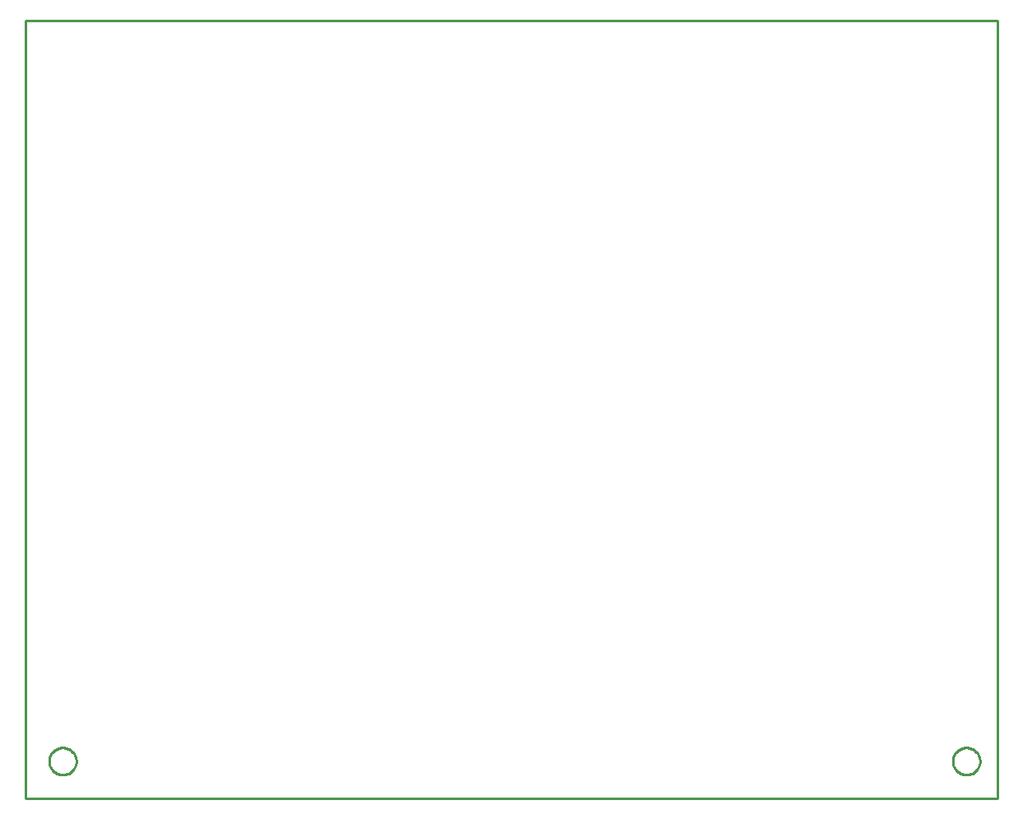
<source format=gbr>
G04 EAGLE Gerber RS-274X export*
G75*
%MOMM*%
%FSLAX34Y34*%
%LPD*%
%IN*%
%IPPOS*%
%AMOC8*
5,1,8,0,0,1.08239X$1,22.5*%
G01*
%ADD10C,0.254000*%


D10*
X0Y0D02*
X1000000Y0D01*
X1000000Y800000D01*
X0Y800000D01*
X0Y0D01*
X52100Y37600D02*
X52029Y36603D01*
X51886Y35613D01*
X51674Y34636D01*
X51392Y33676D01*
X51043Y32739D01*
X50627Y31829D01*
X50148Y30952D01*
X49607Y30110D01*
X49008Y29310D01*
X48353Y28554D01*
X47646Y27847D01*
X46890Y27192D01*
X46090Y26593D01*
X45248Y26052D01*
X44371Y25573D01*
X43461Y25157D01*
X42524Y24808D01*
X41565Y24526D01*
X40587Y24314D01*
X39598Y24171D01*
X38600Y24100D01*
X37600Y24100D01*
X36603Y24171D01*
X35613Y24314D01*
X34636Y24526D01*
X33676Y24808D01*
X32739Y25157D01*
X31829Y25573D01*
X30952Y26052D01*
X30110Y26593D01*
X29310Y27192D01*
X28554Y27847D01*
X27847Y28554D01*
X27192Y29310D01*
X26593Y30110D01*
X26052Y30952D01*
X25573Y31829D01*
X25157Y32739D01*
X24808Y33676D01*
X24526Y34636D01*
X24314Y35613D01*
X24171Y36603D01*
X24100Y37600D01*
X24100Y38600D01*
X24171Y39598D01*
X24314Y40587D01*
X24526Y41565D01*
X24808Y42524D01*
X25157Y43461D01*
X25573Y44371D01*
X26052Y45248D01*
X26593Y46090D01*
X27192Y46890D01*
X27847Y47646D01*
X28554Y48353D01*
X29310Y49008D01*
X30110Y49607D01*
X30952Y50148D01*
X31829Y50627D01*
X32739Y51043D01*
X33676Y51392D01*
X34636Y51674D01*
X35613Y51886D01*
X36603Y52029D01*
X37600Y52100D01*
X38600Y52100D01*
X39598Y52029D01*
X40587Y51886D01*
X41565Y51674D01*
X42524Y51392D01*
X43461Y51043D01*
X44371Y50627D01*
X45248Y50148D01*
X46090Y49607D01*
X46890Y49008D01*
X47646Y48353D01*
X48353Y47646D01*
X49008Y46890D01*
X49607Y46090D01*
X50148Y45248D01*
X50627Y44371D01*
X51043Y43461D01*
X51392Y42524D01*
X51674Y41565D01*
X51886Y40587D01*
X52029Y39598D01*
X52100Y38600D01*
X52100Y37600D01*
X981740Y37600D02*
X981669Y36603D01*
X981526Y35613D01*
X981314Y34636D01*
X981032Y33676D01*
X980683Y32739D01*
X980267Y31829D01*
X979788Y30952D01*
X979247Y30110D01*
X978648Y29310D01*
X977993Y28554D01*
X977286Y27847D01*
X976530Y27192D01*
X975730Y26593D01*
X974888Y26052D01*
X974011Y25573D01*
X973101Y25157D01*
X972164Y24808D01*
X971205Y24526D01*
X970227Y24314D01*
X969238Y24171D01*
X968240Y24100D01*
X967240Y24100D01*
X966243Y24171D01*
X965253Y24314D01*
X964276Y24526D01*
X963316Y24808D01*
X962379Y25157D01*
X961469Y25573D01*
X960592Y26052D01*
X959750Y26593D01*
X958950Y27192D01*
X958194Y27847D01*
X957487Y28554D01*
X956832Y29310D01*
X956233Y30110D01*
X955692Y30952D01*
X955213Y31829D01*
X954797Y32739D01*
X954448Y33676D01*
X954166Y34636D01*
X953954Y35613D01*
X953811Y36603D01*
X953740Y37600D01*
X953740Y38600D01*
X953811Y39598D01*
X953954Y40587D01*
X954166Y41565D01*
X954448Y42524D01*
X954797Y43461D01*
X955213Y44371D01*
X955692Y45248D01*
X956233Y46090D01*
X956832Y46890D01*
X957487Y47646D01*
X958194Y48353D01*
X958950Y49008D01*
X959750Y49607D01*
X960592Y50148D01*
X961469Y50627D01*
X962379Y51043D01*
X963316Y51392D01*
X964276Y51674D01*
X965253Y51886D01*
X966243Y52029D01*
X967240Y52100D01*
X968240Y52100D01*
X969238Y52029D01*
X970227Y51886D01*
X971205Y51674D01*
X972164Y51392D01*
X973101Y51043D01*
X974011Y50627D01*
X974888Y50148D01*
X975730Y49607D01*
X976530Y49008D01*
X977286Y48353D01*
X977993Y47646D01*
X978648Y46890D01*
X979247Y46090D01*
X979788Y45248D01*
X980267Y44371D01*
X980683Y43461D01*
X981032Y42524D01*
X981314Y41565D01*
X981526Y40587D01*
X981669Y39598D01*
X981740Y38600D01*
X981740Y37600D01*
M02*

</source>
